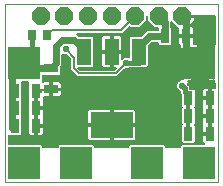
<source format=gbl>
G75*
%MOIN*%
%OFA0B0*%
%FSLAX25Y25*%
%IPPOS*%
%LPD*%
%AMOC8*
5,1,8,0,0,1.08239X$1,22.5*
%
%ADD10C,0.00000*%
%ADD11R,0.10630X0.10630*%
%ADD12R,0.03150X0.04724*%
%ADD13R,0.04724X0.03150*%
%ADD14OC8,0.05906*%
%ADD15R,0.02756X0.03543*%
%ADD16R,0.04800X0.08800*%
%ADD17R,0.14173X0.08661*%
%ADD18C,0.00600*%
%ADD19R,0.02205X0.02205*%
%ADD20C,0.01000*%
%ADD21C,0.02362*%
%ADD22OC8,0.02205*%
%ADD23C,0.01600*%
%ADD24C,0.01200*%
D10*
X0002452Y0002452D02*
X0002452Y0061507D01*
X0073318Y0061507D01*
X0073318Y0002452D01*
X0002452Y0002452D01*
X0004459Y0005050D02*
X0004461Y0005098D01*
X0004467Y0005146D01*
X0004477Y0005193D01*
X0004490Y0005239D01*
X0004508Y0005284D01*
X0004528Y0005328D01*
X0004553Y0005370D01*
X0004581Y0005409D01*
X0004611Y0005446D01*
X0004645Y0005480D01*
X0004682Y0005512D01*
X0004720Y0005541D01*
X0004761Y0005566D01*
X0004804Y0005588D01*
X0004849Y0005606D01*
X0004895Y0005620D01*
X0004942Y0005631D01*
X0004990Y0005638D01*
X0005038Y0005641D01*
X0005086Y0005640D01*
X0005134Y0005635D01*
X0005182Y0005626D01*
X0005228Y0005614D01*
X0005273Y0005597D01*
X0005317Y0005577D01*
X0005359Y0005554D01*
X0005399Y0005527D01*
X0005437Y0005497D01*
X0005472Y0005464D01*
X0005504Y0005428D01*
X0005534Y0005390D01*
X0005560Y0005349D01*
X0005582Y0005306D01*
X0005602Y0005262D01*
X0005617Y0005217D01*
X0005629Y0005170D01*
X0005637Y0005122D01*
X0005641Y0005074D01*
X0005641Y0005026D01*
X0005637Y0004978D01*
X0005629Y0004930D01*
X0005617Y0004883D01*
X0005602Y0004838D01*
X0005582Y0004794D01*
X0005560Y0004751D01*
X0005534Y0004710D01*
X0005504Y0004672D01*
X0005472Y0004636D01*
X0005437Y0004603D01*
X0005399Y0004573D01*
X0005359Y0004546D01*
X0005317Y0004523D01*
X0005273Y0004503D01*
X0005228Y0004486D01*
X0005182Y0004474D01*
X0005134Y0004465D01*
X0005086Y0004460D01*
X0005038Y0004459D01*
X0004990Y0004462D01*
X0004942Y0004469D01*
X0004895Y0004480D01*
X0004849Y0004494D01*
X0004804Y0004512D01*
X0004761Y0004534D01*
X0004720Y0004559D01*
X0004682Y0004588D01*
X0004645Y0004620D01*
X0004611Y0004654D01*
X0004581Y0004691D01*
X0004553Y0004730D01*
X0004528Y0004772D01*
X0004508Y0004816D01*
X0004490Y0004861D01*
X0004477Y0004907D01*
X0004467Y0004954D01*
X0004461Y0005002D01*
X0004459Y0005050D01*
X0004459Y0012452D02*
X0004461Y0012500D01*
X0004467Y0012548D01*
X0004477Y0012595D01*
X0004490Y0012641D01*
X0004508Y0012686D01*
X0004528Y0012730D01*
X0004553Y0012772D01*
X0004581Y0012811D01*
X0004611Y0012848D01*
X0004645Y0012882D01*
X0004682Y0012914D01*
X0004720Y0012943D01*
X0004761Y0012968D01*
X0004804Y0012990D01*
X0004849Y0013008D01*
X0004895Y0013022D01*
X0004942Y0013033D01*
X0004990Y0013040D01*
X0005038Y0013043D01*
X0005086Y0013042D01*
X0005134Y0013037D01*
X0005182Y0013028D01*
X0005228Y0013016D01*
X0005273Y0012999D01*
X0005317Y0012979D01*
X0005359Y0012956D01*
X0005399Y0012929D01*
X0005437Y0012899D01*
X0005472Y0012866D01*
X0005504Y0012830D01*
X0005534Y0012792D01*
X0005560Y0012751D01*
X0005582Y0012708D01*
X0005602Y0012664D01*
X0005617Y0012619D01*
X0005629Y0012572D01*
X0005637Y0012524D01*
X0005641Y0012476D01*
X0005641Y0012428D01*
X0005637Y0012380D01*
X0005629Y0012332D01*
X0005617Y0012285D01*
X0005602Y0012240D01*
X0005582Y0012196D01*
X0005560Y0012153D01*
X0005534Y0012112D01*
X0005504Y0012074D01*
X0005472Y0012038D01*
X0005437Y0012005D01*
X0005399Y0011975D01*
X0005359Y0011948D01*
X0005317Y0011925D01*
X0005273Y0011905D01*
X0005228Y0011888D01*
X0005182Y0011876D01*
X0005134Y0011867D01*
X0005086Y0011862D01*
X0005038Y0011861D01*
X0004990Y0011864D01*
X0004942Y0011871D01*
X0004895Y0011882D01*
X0004849Y0011896D01*
X0004804Y0011914D01*
X0004761Y0011936D01*
X0004720Y0011961D01*
X0004682Y0011990D01*
X0004645Y0012022D01*
X0004611Y0012056D01*
X0004581Y0012093D01*
X0004553Y0012132D01*
X0004528Y0012174D01*
X0004508Y0012218D01*
X0004490Y0012263D01*
X0004477Y0012309D01*
X0004467Y0012356D01*
X0004461Y0012404D01*
X0004459Y0012452D01*
X0011861Y0012452D02*
X0011863Y0012500D01*
X0011869Y0012548D01*
X0011879Y0012595D01*
X0011892Y0012641D01*
X0011910Y0012686D01*
X0011930Y0012730D01*
X0011955Y0012772D01*
X0011983Y0012811D01*
X0012013Y0012848D01*
X0012047Y0012882D01*
X0012084Y0012914D01*
X0012122Y0012943D01*
X0012163Y0012968D01*
X0012206Y0012990D01*
X0012251Y0013008D01*
X0012297Y0013022D01*
X0012344Y0013033D01*
X0012392Y0013040D01*
X0012440Y0013043D01*
X0012488Y0013042D01*
X0012536Y0013037D01*
X0012584Y0013028D01*
X0012630Y0013016D01*
X0012675Y0012999D01*
X0012719Y0012979D01*
X0012761Y0012956D01*
X0012801Y0012929D01*
X0012839Y0012899D01*
X0012874Y0012866D01*
X0012906Y0012830D01*
X0012936Y0012792D01*
X0012962Y0012751D01*
X0012984Y0012708D01*
X0013004Y0012664D01*
X0013019Y0012619D01*
X0013031Y0012572D01*
X0013039Y0012524D01*
X0013043Y0012476D01*
X0013043Y0012428D01*
X0013039Y0012380D01*
X0013031Y0012332D01*
X0013019Y0012285D01*
X0013004Y0012240D01*
X0012984Y0012196D01*
X0012962Y0012153D01*
X0012936Y0012112D01*
X0012906Y0012074D01*
X0012874Y0012038D01*
X0012839Y0012005D01*
X0012801Y0011975D01*
X0012761Y0011948D01*
X0012719Y0011925D01*
X0012675Y0011905D01*
X0012630Y0011888D01*
X0012584Y0011876D01*
X0012536Y0011867D01*
X0012488Y0011862D01*
X0012440Y0011861D01*
X0012392Y0011864D01*
X0012344Y0011871D01*
X0012297Y0011882D01*
X0012251Y0011896D01*
X0012206Y0011914D01*
X0012163Y0011936D01*
X0012122Y0011961D01*
X0012084Y0011990D01*
X0012047Y0012022D01*
X0012013Y0012056D01*
X0011983Y0012093D01*
X0011955Y0012132D01*
X0011930Y0012174D01*
X0011910Y0012218D01*
X0011892Y0012263D01*
X0011879Y0012309D01*
X0011869Y0012356D01*
X0011863Y0012404D01*
X0011861Y0012452D01*
X0011861Y0005050D02*
X0011863Y0005098D01*
X0011869Y0005146D01*
X0011879Y0005193D01*
X0011892Y0005239D01*
X0011910Y0005284D01*
X0011930Y0005328D01*
X0011955Y0005370D01*
X0011983Y0005409D01*
X0012013Y0005446D01*
X0012047Y0005480D01*
X0012084Y0005512D01*
X0012122Y0005541D01*
X0012163Y0005566D01*
X0012206Y0005588D01*
X0012251Y0005606D01*
X0012297Y0005620D01*
X0012344Y0005631D01*
X0012392Y0005638D01*
X0012440Y0005641D01*
X0012488Y0005640D01*
X0012536Y0005635D01*
X0012584Y0005626D01*
X0012630Y0005614D01*
X0012675Y0005597D01*
X0012719Y0005577D01*
X0012761Y0005554D01*
X0012801Y0005527D01*
X0012839Y0005497D01*
X0012874Y0005464D01*
X0012906Y0005428D01*
X0012936Y0005390D01*
X0012962Y0005349D01*
X0012984Y0005306D01*
X0013004Y0005262D01*
X0013019Y0005217D01*
X0013031Y0005170D01*
X0013039Y0005122D01*
X0013043Y0005074D01*
X0013043Y0005026D01*
X0013039Y0004978D01*
X0013031Y0004930D01*
X0013019Y0004883D01*
X0013004Y0004838D01*
X0012984Y0004794D01*
X0012962Y0004751D01*
X0012936Y0004710D01*
X0012906Y0004672D01*
X0012874Y0004636D01*
X0012839Y0004603D01*
X0012801Y0004573D01*
X0012761Y0004546D01*
X0012719Y0004523D01*
X0012675Y0004503D01*
X0012630Y0004486D01*
X0012584Y0004474D01*
X0012536Y0004465D01*
X0012488Y0004460D01*
X0012440Y0004459D01*
X0012392Y0004462D01*
X0012344Y0004469D01*
X0012297Y0004480D01*
X0012251Y0004494D01*
X0012206Y0004512D01*
X0012163Y0004534D01*
X0012122Y0004559D01*
X0012084Y0004588D01*
X0012047Y0004620D01*
X0012013Y0004654D01*
X0011983Y0004691D01*
X0011955Y0004730D01*
X0011930Y0004772D01*
X0011910Y0004816D01*
X0011892Y0004861D01*
X0011879Y0004907D01*
X0011869Y0004954D01*
X0011863Y0005002D01*
X0011861Y0005050D01*
X0021782Y0005050D02*
X0021784Y0005098D01*
X0021790Y0005146D01*
X0021800Y0005193D01*
X0021813Y0005239D01*
X0021831Y0005284D01*
X0021851Y0005328D01*
X0021876Y0005370D01*
X0021904Y0005409D01*
X0021934Y0005446D01*
X0021968Y0005480D01*
X0022005Y0005512D01*
X0022043Y0005541D01*
X0022084Y0005566D01*
X0022127Y0005588D01*
X0022172Y0005606D01*
X0022218Y0005620D01*
X0022265Y0005631D01*
X0022313Y0005638D01*
X0022361Y0005641D01*
X0022409Y0005640D01*
X0022457Y0005635D01*
X0022505Y0005626D01*
X0022551Y0005614D01*
X0022596Y0005597D01*
X0022640Y0005577D01*
X0022682Y0005554D01*
X0022722Y0005527D01*
X0022760Y0005497D01*
X0022795Y0005464D01*
X0022827Y0005428D01*
X0022857Y0005390D01*
X0022883Y0005349D01*
X0022905Y0005306D01*
X0022925Y0005262D01*
X0022940Y0005217D01*
X0022952Y0005170D01*
X0022960Y0005122D01*
X0022964Y0005074D01*
X0022964Y0005026D01*
X0022960Y0004978D01*
X0022952Y0004930D01*
X0022940Y0004883D01*
X0022925Y0004838D01*
X0022905Y0004794D01*
X0022883Y0004751D01*
X0022857Y0004710D01*
X0022827Y0004672D01*
X0022795Y0004636D01*
X0022760Y0004603D01*
X0022722Y0004573D01*
X0022682Y0004546D01*
X0022640Y0004523D01*
X0022596Y0004503D01*
X0022551Y0004486D01*
X0022505Y0004474D01*
X0022457Y0004465D01*
X0022409Y0004460D01*
X0022361Y0004459D01*
X0022313Y0004462D01*
X0022265Y0004469D01*
X0022218Y0004480D01*
X0022172Y0004494D01*
X0022127Y0004512D01*
X0022084Y0004534D01*
X0022043Y0004559D01*
X0022005Y0004588D01*
X0021968Y0004620D01*
X0021934Y0004654D01*
X0021904Y0004691D01*
X0021876Y0004730D01*
X0021851Y0004772D01*
X0021831Y0004816D01*
X0021813Y0004861D01*
X0021800Y0004907D01*
X0021790Y0004954D01*
X0021784Y0005002D01*
X0021782Y0005050D01*
X0029183Y0005050D02*
X0029185Y0005098D01*
X0029191Y0005146D01*
X0029201Y0005193D01*
X0029214Y0005239D01*
X0029232Y0005284D01*
X0029252Y0005328D01*
X0029277Y0005370D01*
X0029305Y0005409D01*
X0029335Y0005446D01*
X0029369Y0005480D01*
X0029406Y0005512D01*
X0029444Y0005541D01*
X0029485Y0005566D01*
X0029528Y0005588D01*
X0029573Y0005606D01*
X0029619Y0005620D01*
X0029666Y0005631D01*
X0029714Y0005638D01*
X0029762Y0005641D01*
X0029810Y0005640D01*
X0029858Y0005635D01*
X0029906Y0005626D01*
X0029952Y0005614D01*
X0029997Y0005597D01*
X0030041Y0005577D01*
X0030083Y0005554D01*
X0030123Y0005527D01*
X0030161Y0005497D01*
X0030196Y0005464D01*
X0030228Y0005428D01*
X0030258Y0005390D01*
X0030284Y0005349D01*
X0030306Y0005306D01*
X0030326Y0005262D01*
X0030341Y0005217D01*
X0030353Y0005170D01*
X0030361Y0005122D01*
X0030365Y0005074D01*
X0030365Y0005026D01*
X0030361Y0004978D01*
X0030353Y0004930D01*
X0030341Y0004883D01*
X0030326Y0004838D01*
X0030306Y0004794D01*
X0030284Y0004751D01*
X0030258Y0004710D01*
X0030228Y0004672D01*
X0030196Y0004636D01*
X0030161Y0004603D01*
X0030123Y0004573D01*
X0030083Y0004546D01*
X0030041Y0004523D01*
X0029997Y0004503D01*
X0029952Y0004486D01*
X0029906Y0004474D01*
X0029858Y0004465D01*
X0029810Y0004460D01*
X0029762Y0004459D01*
X0029714Y0004462D01*
X0029666Y0004469D01*
X0029619Y0004480D01*
X0029573Y0004494D01*
X0029528Y0004512D01*
X0029485Y0004534D01*
X0029444Y0004559D01*
X0029406Y0004588D01*
X0029369Y0004620D01*
X0029335Y0004654D01*
X0029305Y0004691D01*
X0029277Y0004730D01*
X0029252Y0004772D01*
X0029232Y0004816D01*
X0029214Y0004861D01*
X0029201Y0004907D01*
X0029191Y0004954D01*
X0029185Y0005002D01*
X0029183Y0005050D01*
X0029183Y0012452D02*
X0029185Y0012500D01*
X0029191Y0012548D01*
X0029201Y0012595D01*
X0029214Y0012641D01*
X0029232Y0012686D01*
X0029252Y0012730D01*
X0029277Y0012772D01*
X0029305Y0012811D01*
X0029335Y0012848D01*
X0029369Y0012882D01*
X0029406Y0012914D01*
X0029444Y0012943D01*
X0029485Y0012968D01*
X0029528Y0012990D01*
X0029573Y0013008D01*
X0029619Y0013022D01*
X0029666Y0013033D01*
X0029714Y0013040D01*
X0029762Y0013043D01*
X0029810Y0013042D01*
X0029858Y0013037D01*
X0029906Y0013028D01*
X0029952Y0013016D01*
X0029997Y0012999D01*
X0030041Y0012979D01*
X0030083Y0012956D01*
X0030123Y0012929D01*
X0030161Y0012899D01*
X0030196Y0012866D01*
X0030228Y0012830D01*
X0030258Y0012792D01*
X0030284Y0012751D01*
X0030306Y0012708D01*
X0030326Y0012664D01*
X0030341Y0012619D01*
X0030353Y0012572D01*
X0030361Y0012524D01*
X0030365Y0012476D01*
X0030365Y0012428D01*
X0030361Y0012380D01*
X0030353Y0012332D01*
X0030341Y0012285D01*
X0030326Y0012240D01*
X0030306Y0012196D01*
X0030284Y0012153D01*
X0030258Y0012112D01*
X0030228Y0012074D01*
X0030196Y0012038D01*
X0030161Y0012005D01*
X0030123Y0011975D01*
X0030083Y0011948D01*
X0030041Y0011925D01*
X0029997Y0011905D01*
X0029952Y0011888D01*
X0029906Y0011876D01*
X0029858Y0011867D01*
X0029810Y0011862D01*
X0029762Y0011861D01*
X0029714Y0011864D01*
X0029666Y0011871D01*
X0029619Y0011882D01*
X0029573Y0011896D01*
X0029528Y0011914D01*
X0029485Y0011936D01*
X0029444Y0011961D01*
X0029406Y0011990D01*
X0029369Y0012022D01*
X0029335Y0012056D01*
X0029305Y0012093D01*
X0029277Y0012132D01*
X0029252Y0012174D01*
X0029232Y0012218D01*
X0029214Y0012263D01*
X0029201Y0012309D01*
X0029191Y0012356D01*
X0029185Y0012404D01*
X0029183Y0012452D01*
X0021782Y0012452D02*
X0021784Y0012500D01*
X0021790Y0012548D01*
X0021800Y0012595D01*
X0021813Y0012641D01*
X0021831Y0012686D01*
X0021851Y0012730D01*
X0021876Y0012772D01*
X0021904Y0012811D01*
X0021934Y0012848D01*
X0021968Y0012882D01*
X0022005Y0012914D01*
X0022043Y0012943D01*
X0022084Y0012968D01*
X0022127Y0012990D01*
X0022172Y0013008D01*
X0022218Y0013022D01*
X0022265Y0013033D01*
X0022313Y0013040D01*
X0022361Y0013043D01*
X0022409Y0013042D01*
X0022457Y0013037D01*
X0022505Y0013028D01*
X0022551Y0013016D01*
X0022596Y0012999D01*
X0022640Y0012979D01*
X0022682Y0012956D01*
X0022722Y0012929D01*
X0022760Y0012899D01*
X0022795Y0012866D01*
X0022827Y0012830D01*
X0022857Y0012792D01*
X0022883Y0012751D01*
X0022905Y0012708D01*
X0022925Y0012664D01*
X0022940Y0012619D01*
X0022952Y0012572D01*
X0022960Y0012524D01*
X0022964Y0012476D01*
X0022964Y0012428D01*
X0022960Y0012380D01*
X0022952Y0012332D01*
X0022940Y0012285D01*
X0022925Y0012240D01*
X0022905Y0012196D01*
X0022883Y0012153D01*
X0022857Y0012112D01*
X0022827Y0012074D01*
X0022795Y0012038D01*
X0022760Y0012005D01*
X0022722Y0011975D01*
X0022682Y0011948D01*
X0022640Y0011925D01*
X0022596Y0011905D01*
X0022551Y0011888D01*
X0022505Y0011876D01*
X0022457Y0011867D01*
X0022409Y0011862D01*
X0022361Y0011861D01*
X0022313Y0011864D01*
X0022265Y0011871D01*
X0022218Y0011882D01*
X0022172Y0011896D01*
X0022127Y0011914D01*
X0022084Y0011936D01*
X0022043Y0011961D01*
X0022005Y0011990D01*
X0021968Y0012022D01*
X0021934Y0012056D01*
X0021904Y0012093D01*
X0021876Y0012132D01*
X0021851Y0012174D01*
X0021831Y0012218D01*
X0021813Y0012263D01*
X0021800Y0012309D01*
X0021790Y0012356D01*
X0021784Y0012404D01*
X0021782Y0012452D01*
X0045404Y0012452D02*
X0045406Y0012500D01*
X0045412Y0012548D01*
X0045422Y0012595D01*
X0045435Y0012641D01*
X0045453Y0012686D01*
X0045473Y0012730D01*
X0045498Y0012772D01*
X0045526Y0012811D01*
X0045556Y0012848D01*
X0045590Y0012882D01*
X0045627Y0012914D01*
X0045665Y0012943D01*
X0045706Y0012968D01*
X0045749Y0012990D01*
X0045794Y0013008D01*
X0045840Y0013022D01*
X0045887Y0013033D01*
X0045935Y0013040D01*
X0045983Y0013043D01*
X0046031Y0013042D01*
X0046079Y0013037D01*
X0046127Y0013028D01*
X0046173Y0013016D01*
X0046218Y0012999D01*
X0046262Y0012979D01*
X0046304Y0012956D01*
X0046344Y0012929D01*
X0046382Y0012899D01*
X0046417Y0012866D01*
X0046449Y0012830D01*
X0046479Y0012792D01*
X0046505Y0012751D01*
X0046527Y0012708D01*
X0046547Y0012664D01*
X0046562Y0012619D01*
X0046574Y0012572D01*
X0046582Y0012524D01*
X0046586Y0012476D01*
X0046586Y0012428D01*
X0046582Y0012380D01*
X0046574Y0012332D01*
X0046562Y0012285D01*
X0046547Y0012240D01*
X0046527Y0012196D01*
X0046505Y0012153D01*
X0046479Y0012112D01*
X0046449Y0012074D01*
X0046417Y0012038D01*
X0046382Y0012005D01*
X0046344Y0011975D01*
X0046304Y0011948D01*
X0046262Y0011925D01*
X0046218Y0011905D01*
X0046173Y0011888D01*
X0046127Y0011876D01*
X0046079Y0011867D01*
X0046031Y0011862D01*
X0045983Y0011861D01*
X0045935Y0011864D01*
X0045887Y0011871D01*
X0045840Y0011882D01*
X0045794Y0011896D01*
X0045749Y0011914D01*
X0045706Y0011936D01*
X0045665Y0011961D01*
X0045627Y0011990D01*
X0045590Y0012022D01*
X0045556Y0012056D01*
X0045526Y0012093D01*
X0045498Y0012132D01*
X0045473Y0012174D01*
X0045453Y0012218D01*
X0045435Y0012263D01*
X0045422Y0012309D01*
X0045412Y0012356D01*
X0045406Y0012404D01*
X0045404Y0012452D01*
X0052805Y0012452D02*
X0052807Y0012500D01*
X0052813Y0012548D01*
X0052823Y0012595D01*
X0052836Y0012641D01*
X0052854Y0012686D01*
X0052874Y0012730D01*
X0052899Y0012772D01*
X0052927Y0012811D01*
X0052957Y0012848D01*
X0052991Y0012882D01*
X0053028Y0012914D01*
X0053066Y0012943D01*
X0053107Y0012968D01*
X0053150Y0012990D01*
X0053195Y0013008D01*
X0053241Y0013022D01*
X0053288Y0013033D01*
X0053336Y0013040D01*
X0053384Y0013043D01*
X0053432Y0013042D01*
X0053480Y0013037D01*
X0053528Y0013028D01*
X0053574Y0013016D01*
X0053619Y0012999D01*
X0053663Y0012979D01*
X0053705Y0012956D01*
X0053745Y0012929D01*
X0053783Y0012899D01*
X0053818Y0012866D01*
X0053850Y0012830D01*
X0053880Y0012792D01*
X0053906Y0012751D01*
X0053928Y0012708D01*
X0053948Y0012664D01*
X0053963Y0012619D01*
X0053975Y0012572D01*
X0053983Y0012524D01*
X0053987Y0012476D01*
X0053987Y0012428D01*
X0053983Y0012380D01*
X0053975Y0012332D01*
X0053963Y0012285D01*
X0053948Y0012240D01*
X0053928Y0012196D01*
X0053906Y0012153D01*
X0053880Y0012112D01*
X0053850Y0012074D01*
X0053818Y0012038D01*
X0053783Y0012005D01*
X0053745Y0011975D01*
X0053705Y0011948D01*
X0053663Y0011925D01*
X0053619Y0011905D01*
X0053574Y0011888D01*
X0053528Y0011876D01*
X0053480Y0011867D01*
X0053432Y0011862D01*
X0053384Y0011861D01*
X0053336Y0011864D01*
X0053288Y0011871D01*
X0053241Y0011882D01*
X0053195Y0011896D01*
X0053150Y0011914D01*
X0053107Y0011936D01*
X0053066Y0011961D01*
X0053028Y0011990D01*
X0052991Y0012022D01*
X0052957Y0012056D01*
X0052927Y0012093D01*
X0052899Y0012132D01*
X0052874Y0012174D01*
X0052854Y0012218D01*
X0052836Y0012263D01*
X0052823Y0012309D01*
X0052813Y0012356D01*
X0052807Y0012404D01*
X0052805Y0012452D01*
X0052805Y0005050D02*
X0052807Y0005098D01*
X0052813Y0005146D01*
X0052823Y0005193D01*
X0052836Y0005239D01*
X0052854Y0005284D01*
X0052874Y0005328D01*
X0052899Y0005370D01*
X0052927Y0005409D01*
X0052957Y0005446D01*
X0052991Y0005480D01*
X0053028Y0005512D01*
X0053066Y0005541D01*
X0053107Y0005566D01*
X0053150Y0005588D01*
X0053195Y0005606D01*
X0053241Y0005620D01*
X0053288Y0005631D01*
X0053336Y0005638D01*
X0053384Y0005641D01*
X0053432Y0005640D01*
X0053480Y0005635D01*
X0053528Y0005626D01*
X0053574Y0005614D01*
X0053619Y0005597D01*
X0053663Y0005577D01*
X0053705Y0005554D01*
X0053745Y0005527D01*
X0053783Y0005497D01*
X0053818Y0005464D01*
X0053850Y0005428D01*
X0053880Y0005390D01*
X0053906Y0005349D01*
X0053928Y0005306D01*
X0053948Y0005262D01*
X0053963Y0005217D01*
X0053975Y0005170D01*
X0053983Y0005122D01*
X0053987Y0005074D01*
X0053987Y0005026D01*
X0053983Y0004978D01*
X0053975Y0004930D01*
X0053963Y0004883D01*
X0053948Y0004838D01*
X0053928Y0004794D01*
X0053906Y0004751D01*
X0053880Y0004710D01*
X0053850Y0004672D01*
X0053818Y0004636D01*
X0053783Y0004603D01*
X0053745Y0004573D01*
X0053705Y0004546D01*
X0053663Y0004523D01*
X0053619Y0004503D01*
X0053574Y0004486D01*
X0053528Y0004474D01*
X0053480Y0004465D01*
X0053432Y0004460D01*
X0053384Y0004459D01*
X0053336Y0004462D01*
X0053288Y0004469D01*
X0053241Y0004480D01*
X0053195Y0004494D01*
X0053150Y0004512D01*
X0053107Y0004534D01*
X0053066Y0004559D01*
X0053028Y0004588D01*
X0052991Y0004620D01*
X0052957Y0004654D01*
X0052927Y0004691D01*
X0052899Y0004730D01*
X0052874Y0004772D01*
X0052854Y0004816D01*
X0052836Y0004861D01*
X0052823Y0004907D01*
X0052813Y0004954D01*
X0052807Y0005002D01*
X0052805Y0005050D01*
X0045404Y0005050D02*
X0045406Y0005098D01*
X0045412Y0005146D01*
X0045422Y0005193D01*
X0045435Y0005239D01*
X0045453Y0005284D01*
X0045473Y0005328D01*
X0045498Y0005370D01*
X0045526Y0005409D01*
X0045556Y0005446D01*
X0045590Y0005480D01*
X0045627Y0005512D01*
X0045665Y0005541D01*
X0045706Y0005566D01*
X0045749Y0005588D01*
X0045794Y0005606D01*
X0045840Y0005620D01*
X0045887Y0005631D01*
X0045935Y0005638D01*
X0045983Y0005641D01*
X0046031Y0005640D01*
X0046079Y0005635D01*
X0046127Y0005626D01*
X0046173Y0005614D01*
X0046218Y0005597D01*
X0046262Y0005577D01*
X0046304Y0005554D01*
X0046344Y0005527D01*
X0046382Y0005497D01*
X0046417Y0005464D01*
X0046449Y0005428D01*
X0046479Y0005390D01*
X0046505Y0005349D01*
X0046527Y0005306D01*
X0046547Y0005262D01*
X0046562Y0005217D01*
X0046574Y0005170D01*
X0046582Y0005122D01*
X0046586Y0005074D01*
X0046586Y0005026D01*
X0046582Y0004978D01*
X0046574Y0004930D01*
X0046562Y0004883D01*
X0046547Y0004838D01*
X0046527Y0004794D01*
X0046505Y0004751D01*
X0046479Y0004710D01*
X0046449Y0004672D01*
X0046417Y0004636D01*
X0046382Y0004603D01*
X0046344Y0004573D01*
X0046304Y0004546D01*
X0046262Y0004523D01*
X0046218Y0004503D01*
X0046173Y0004486D01*
X0046127Y0004474D01*
X0046079Y0004465D01*
X0046031Y0004460D01*
X0045983Y0004459D01*
X0045935Y0004462D01*
X0045887Y0004469D01*
X0045840Y0004480D01*
X0045794Y0004494D01*
X0045749Y0004512D01*
X0045706Y0004534D01*
X0045665Y0004559D01*
X0045627Y0004588D01*
X0045590Y0004620D01*
X0045556Y0004654D01*
X0045526Y0004691D01*
X0045498Y0004730D01*
X0045473Y0004772D01*
X0045453Y0004816D01*
X0045435Y0004861D01*
X0045422Y0004907D01*
X0045412Y0004954D01*
X0045406Y0005002D01*
X0045404Y0005050D01*
X0062727Y0005050D02*
X0062729Y0005098D01*
X0062735Y0005146D01*
X0062745Y0005193D01*
X0062758Y0005239D01*
X0062776Y0005284D01*
X0062796Y0005328D01*
X0062821Y0005370D01*
X0062849Y0005409D01*
X0062879Y0005446D01*
X0062913Y0005480D01*
X0062950Y0005512D01*
X0062988Y0005541D01*
X0063029Y0005566D01*
X0063072Y0005588D01*
X0063117Y0005606D01*
X0063163Y0005620D01*
X0063210Y0005631D01*
X0063258Y0005638D01*
X0063306Y0005641D01*
X0063354Y0005640D01*
X0063402Y0005635D01*
X0063450Y0005626D01*
X0063496Y0005614D01*
X0063541Y0005597D01*
X0063585Y0005577D01*
X0063627Y0005554D01*
X0063667Y0005527D01*
X0063705Y0005497D01*
X0063740Y0005464D01*
X0063772Y0005428D01*
X0063802Y0005390D01*
X0063828Y0005349D01*
X0063850Y0005306D01*
X0063870Y0005262D01*
X0063885Y0005217D01*
X0063897Y0005170D01*
X0063905Y0005122D01*
X0063909Y0005074D01*
X0063909Y0005026D01*
X0063905Y0004978D01*
X0063897Y0004930D01*
X0063885Y0004883D01*
X0063870Y0004838D01*
X0063850Y0004794D01*
X0063828Y0004751D01*
X0063802Y0004710D01*
X0063772Y0004672D01*
X0063740Y0004636D01*
X0063705Y0004603D01*
X0063667Y0004573D01*
X0063627Y0004546D01*
X0063585Y0004523D01*
X0063541Y0004503D01*
X0063496Y0004486D01*
X0063450Y0004474D01*
X0063402Y0004465D01*
X0063354Y0004460D01*
X0063306Y0004459D01*
X0063258Y0004462D01*
X0063210Y0004469D01*
X0063163Y0004480D01*
X0063117Y0004494D01*
X0063072Y0004512D01*
X0063029Y0004534D01*
X0062988Y0004559D01*
X0062950Y0004588D01*
X0062913Y0004620D01*
X0062879Y0004654D01*
X0062849Y0004691D01*
X0062821Y0004730D01*
X0062796Y0004772D01*
X0062776Y0004816D01*
X0062758Y0004861D01*
X0062745Y0004907D01*
X0062735Y0004954D01*
X0062729Y0005002D01*
X0062727Y0005050D01*
X0062727Y0012452D02*
X0062729Y0012500D01*
X0062735Y0012548D01*
X0062745Y0012595D01*
X0062758Y0012641D01*
X0062776Y0012686D01*
X0062796Y0012730D01*
X0062821Y0012772D01*
X0062849Y0012811D01*
X0062879Y0012848D01*
X0062913Y0012882D01*
X0062950Y0012914D01*
X0062988Y0012943D01*
X0063029Y0012968D01*
X0063072Y0012990D01*
X0063117Y0013008D01*
X0063163Y0013022D01*
X0063210Y0013033D01*
X0063258Y0013040D01*
X0063306Y0013043D01*
X0063354Y0013042D01*
X0063402Y0013037D01*
X0063450Y0013028D01*
X0063496Y0013016D01*
X0063541Y0012999D01*
X0063585Y0012979D01*
X0063627Y0012956D01*
X0063667Y0012929D01*
X0063705Y0012899D01*
X0063740Y0012866D01*
X0063772Y0012830D01*
X0063802Y0012792D01*
X0063828Y0012751D01*
X0063850Y0012708D01*
X0063870Y0012664D01*
X0063885Y0012619D01*
X0063897Y0012572D01*
X0063905Y0012524D01*
X0063909Y0012476D01*
X0063909Y0012428D01*
X0063905Y0012380D01*
X0063897Y0012332D01*
X0063885Y0012285D01*
X0063870Y0012240D01*
X0063850Y0012196D01*
X0063828Y0012153D01*
X0063802Y0012112D01*
X0063772Y0012074D01*
X0063740Y0012038D01*
X0063705Y0012005D01*
X0063667Y0011975D01*
X0063627Y0011948D01*
X0063585Y0011925D01*
X0063541Y0011905D01*
X0063496Y0011888D01*
X0063450Y0011876D01*
X0063402Y0011867D01*
X0063354Y0011862D01*
X0063306Y0011861D01*
X0063258Y0011864D01*
X0063210Y0011871D01*
X0063163Y0011882D01*
X0063117Y0011896D01*
X0063072Y0011914D01*
X0063029Y0011936D01*
X0062988Y0011961D01*
X0062950Y0011990D01*
X0062913Y0012022D01*
X0062879Y0012056D01*
X0062849Y0012093D01*
X0062821Y0012132D01*
X0062796Y0012174D01*
X0062776Y0012218D01*
X0062758Y0012263D01*
X0062745Y0012309D01*
X0062735Y0012356D01*
X0062729Y0012404D01*
X0062727Y0012452D01*
X0070128Y0012452D02*
X0070130Y0012500D01*
X0070136Y0012548D01*
X0070146Y0012595D01*
X0070159Y0012641D01*
X0070177Y0012686D01*
X0070197Y0012730D01*
X0070222Y0012772D01*
X0070250Y0012811D01*
X0070280Y0012848D01*
X0070314Y0012882D01*
X0070351Y0012914D01*
X0070389Y0012943D01*
X0070430Y0012968D01*
X0070473Y0012990D01*
X0070518Y0013008D01*
X0070564Y0013022D01*
X0070611Y0013033D01*
X0070659Y0013040D01*
X0070707Y0013043D01*
X0070755Y0013042D01*
X0070803Y0013037D01*
X0070851Y0013028D01*
X0070897Y0013016D01*
X0070942Y0012999D01*
X0070986Y0012979D01*
X0071028Y0012956D01*
X0071068Y0012929D01*
X0071106Y0012899D01*
X0071141Y0012866D01*
X0071173Y0012830D01*
X0071203Y0012792D01*
X0071229Y0012751D01*
X0071251Y0012708D01*
X0071271Y0012664D01*
X0071286Y0012619D01*
X0071298Y0012572D01*
X0071306Y0012524D01*
X0071310Y0012476D01*
X0071310Y0012428D01*
X0071306Y0012380D01*
X0071298Y0012332D01*
X0071286Y0012285D01*
X0071271Y0012240D01*
X0071251Y0012196D01*
X0071229Y0012153D01*
X0071203Y0012112D01*
X0071173Y0012074D01*
X0071141Y0012038D01*
X0071106Y0012005D01*
X0071068Y0011975D01*
X0071028Y0011948D01*
X0070986Y0011925D01*
X0070942Y0011905D01*
X0070897Y0011888D01*
X0070851Y0011876D01*
X0070803Y0011867D01*
X0070755Y0011862D01*
X0070707Y0011861D01*
X0070659Y0011864D01*
X0070611Y0011871D01*
X0070564Y0011882D01*
X0070518Y0011896D01*
X0070473Y0011914D01*
X0070430Y0011936D01*
X0070389Y0011961D01*
X0070351Y0011990D01*
X0070314Y0012022D01*
X0070280Y0012056D01*
X0070250Y0012093D01*
X0070222Y0012132D01*
X0070197Y0012174D01*
X0070177Y0012218D01*
X0070159Y0012263D01*
X0070146Y0012309D01*
X0070136Y0012356D01*
X0070130Y0012404D01*
X0070128Y0012452D01*
X0070128Y0005050D02*
X0070130Y0005098D01*
X0070136Y0005146D01*
X0070146Y0005193D01*
X0070159Y0005239D01*
X0070177Y0005284D01*
X0070197Y0005328D01*
X0070222Y0005370D01*
X0070250Y0005409D01*
X0070280Y0005446D01*
X0070314Y0005480D01*
X0070351Y0005512D01*
X0070389Y0005541D01*
X0070430Y0005566D01*
X0070473Y0005588D01*
X0070518Y0005606D01*
X0070564Y0005620D01*
X0070611Y0005631D01*
X0070659Y0005638D01*
X0070707Y0005641D01*
X0070755Y0005640D01*
X0070803Y0005635D01*
X0070851Y0005626D01*
X0070897Y0005614D01*
X0070942Y0005597D01*
X0070986Y0005577D01*
X0071028Y0005554D01*
X0071068Y0005527D01*
X0071106Y0005497D01*
X0071141Y0005464D01*
X0071173Y0005428D01*
X0071203Y0005390D01*
X0071229Y0005349D01*
X0071251Y0005306D01*
X0071271Y0005262D01*
X0071286Y0005217D01*
X0071298Y0005170D01*
X0071306Y0005122D01*
X0071310Y0005074D01*
X0071310Y0005026D01*
X0071306Y0004978D01*
X0071298Y0004930D01*
X0071286Y0004883D01*
X0071271Y0004838D01*
X0071251Y0004794D01*
X0071229Y0004751D01*
X0071203Y0004710D01*
X0071173Y0004672D01*
X0071141Y0004636D01*
X0071106Y0004603D01*
X0071068Y0004573D01*
X0071028Y0004546D01*
X0070986Y0004523D01*
X0070942Y0004503D01*
X0070897Y0004486D01*
X0070851Y0004474D01*
X0070803Y0004465D01*
X0070755Y0004460D01*
X0070707Y0004459D01*
X0070659Y0004462D01*
X0070611Y0004469D01*
X0070564Y0004480D01*
X0070518Y0004494D01*
X0070473Y0004512D01*
X0070430Y0004534D01*
X0070389Y0004559D01*
X0070351Y0004588D01*
X0070314Y0004620D01*
X0070280Y0004654D01*
X0070250Y0004691D01*
X0070222Y0004730D01*
X0070197Y0004772D01*
X0070177Y0004816D01*
X0070159Y0004861D01*
X0070146Y0004907D01*
X0070136Y0004954D01*
X0070130Y0005002D01*
X0070128Y0005050D01*
X0070128Y0038121D02*
X0070130Y0038169D01*
X0070136Y0038217D01*
X0070146Y0038264D01*
X0070159Y0038310D01*
X0070177Y0038355D01*
X0070197Y0038399D01*
X0070222Y0038441D01*
X0070250Y0038480D01*
X0070280Y0038517D01*
X0070314Y0038551D01*
X0070351Y0038583D01*
X0070389Y0038612D01*
X0070430Y0038637D01*
X0070473Y0038659D01*
X0070518Y0038677D01*
X0070564Y0038691D01*
X0070611Y0038702D01*
X0070659Y0038709D01*
X0070707Y0038712D01*
X0070755Y0038711D01*
X0070803Y0038706D01*
X0070851Y0038697D01*
X0070897Y0038685D01*
X0070942Y0038668D01*
X0070986Y0038648D01*
X0071028Y0038625D01*
X0071068Y0038598D01*
X0071106Y0038568D01*
X0071141Y0038535D01*
X0071173Y0038499D01*
X0071203Y0038461D01*
X0071229Y0038420D01*
X0071251Y0038377D01*
X0071271Y0038333D01*
X0071286Y0038288D01*
X0071298Y0038241D01*
X0071306Y0038193D01*
X0071310Y0038145D01*
X0071310Y0038097D01*
X0071306Y0038049D01*
X0071298Y0038001D01*
X0071286Y0037954D01*
X0071271Y0037909D01*
X0071251Y0037865D01*
X0071229Y0037822D01*
X0071203Y0037781D01*
X0071173Y0037743D01*
X0071141Y0037707D01*
X0071106Y0037674D01*
X0071068Y0037644D01*
X0071028Y0037617D01*
X0070986Y0037594D01*
X0070942Y0037574D01*
X0070897Y0037557D01*
X0070851Y0037545D01*
X0070803Y0037536D01*
X0070755Y0037531D01*
X0070707Y0037530D01*
X0070659Y0037533D01*
X0070611Y0037540D01*
X0070564Y0037551D01*
X0070518Y0037565D01*
X0070473Y0037583D01*
X0070430Y0037605D01*
X0070389Y0037630D01*
X0070351Y0037659D01*
X0070314Y0037691D01*
X0070280Y0037725D01*
X0070250Y0037762D01*
X0070222Y0037801D01*
X0070197Y0037843D01*
X0070177Y0037887D01*
X0070159Y0037932D01*
X0070146Y0037978D01*
X0070136Y0038025D01*
X0070130Y0038073D01*
X0070128Y0038121D01*
X0062727Y0038121D02*
X0062729Y0038169D01*
X0062735Y0038217D01*
X0062745Y0038264D01*
X0062758Y0038310D01*
X0062776Y0038355D01*
X0062796Y0038399D01*
X0062821Y0038441D01*
X0062849Y0038480D01*
X0062879Y0038517D01*
X0062913Y0038551D01*
X0062950Y0038583D01*
X0062988Y0038612D01*
X0063029Y0038637D01*
X0063072Y0038659D01*
X0063117Y0038677D01*
X0063163Y0038691D01*
X0063210Y0038702D01*
X0063258Y0038709D01*
X0063306Y0038712D01*
X0063354Y0038711D01*
X0063402Y0038706D01*
X0063450Y0038697D01*
X0063496Y0038685D01*
X0063541Y0038668D01*
X0063585Y0038648D01*
X0063627Y0038625D01*
X0063667Y0038598D01*
X0063705Y0038568D01*
X0063740Y0038535D01*
X0063772Y0038499D01*
X0063802Y0038461D01*
X0063828Y0038420D01*
X0063850Y0038377D01*
X0063870Y0038333D01*
X0063885Y0038288D01*
X0063897Y0038241D01*
X0063905Y0038193D01*
X0063909Y0038145D01*
X0063909Y0038097D01*
X0063905Y0038049D01*
X0063897Y0038001D01*
X0063885Y0037954D01*
X0063870Y0037909D01*
X0063850Y0037865D01*
X0063828Y0037822D01*
X0063802Y0037781D01*
X0063772Y0037743D01*
X0063740Y0037707D01*
X0063705Y0037674D01*
X0063667Y0037644D01*
X0063627Y0037617D01*
X0063585Y0037594D01*
X0063541Y0037574D01*
X0063496Y0037557D01*
X0063450Y0037545D01*
X0063402Y0037536D01*
X0063354Y0037531D01*
X0063306Y0037530D01*
X0063258Y0037533D01*
X0063210Y0037540D01*
X0063163Y0037551D01*
X0063117Y0037565D01*
X0063072Y0037583D01*
X0063029Y0037605D01*
X0062988Y0037630D01*
X0062950Y0037659D01*
X0062913Y0037691D01*
X0062879Y0037725D01*
X0062849Y0037762D01*
X0062821Y0037801D01*
X0062796Y0037843D01*
X0062776Y0037887D01*
X0062758Y0037932D01*
X0062745Y0037978D01*
X0062735Y0038025D01*
X0062729Y0038073D01*
X0062727Y0038121D01*
X0062727Y0045522D02*
X0062729Y0045570D01*
X0062735Y0045618D01*
X0062745Y0045665D01*
X0062758Y0045711D01*
X0062776Y0045756D01*
X0062796Y0045800D01*
X0062821Y0045842D01*
X0062849Y0045881D01*
X0062879Y0045918D01*
X0062913Y0045952D01*
X0062950Y0045984D01*
X0062988Y0046013D01*
X0063029Y0046038D01*
X0063072Y0046060D01*
X0063117Y0046078D01*
X0063163Y0046092D01*
X0063210Y0046103D01*
X0063258Y0046110D01*
X0063306Y0046113D01*
X0063354Y0046112D01*
X0063402Y0046107D01*
X0063450Y0046098D01*
X0063496Y0046086D01*
X0063541Y0046069D01*
X0063585Y0046049D01*
X0063627Y0046026D01*
X0063667Y0045999D01*
X0063705Y0045969D01*
X0063740Y0045936D01*
X0063772Y0045900D01*
X0063802Y0045862D01*
X0063828Y0045821D01*
X0063850Y0045778D01*
X0063870Y0045734D01*
X0063885Y0045689D01*
X0063897Y0045642D01*
X0063905Y0045594D01*
X0063909Y0045546D01*
X0063909Y0045498D01*
X0063905Y0045450D01*
X0063897Y0045402D01*
X0063885Y0045355D01*
X0063870Y0045310D01*
X0063850Y0045266D01*
X0063828Y0045223D01*
X0063802Y0045182D01*
X0063772Y0045144D01*
X0063740Y0045108D01*
X0063705Y0045075D01*
X0063667Y0045045D01*
X0063627Y0045018D01*
X0063585Y0044995D01*
X0063541Y0044975D01*
X0063496Y0044958D01*
X0063450Y0044946D01*
X0063402Y0044937D01*
X0063354Y0044932D01*
X0063306Y0044931D01*
X0063258Y0044934D01*
X0063210Y0044941D01*
X0063163Y0044952D01*
X0063117Y0044966D01*
X0063072Y0044984D01*
X0063029Y0045006D01*
X0062988Y0045031D01*
X0062950Y0045060D01*
X0062913Y0045092D01*
X0062879Y0045126D01*
X0062849Y0045163D01*
X0062821Y0045202D01*
X0062796Y0045244D01*
X0062776Y0045288D01*
X0062758Y0045333D01*
X0062745Y0045379D01*
X0062735Y0045426D01*
X0062729Y0045474D01*
X0062727Y0045522D01*
X0070128Y0045522D02*
X0070130Y0045570D01*
X0070136Y0045618D01*
X0070146Y0045665D01*
X0070159Y0045711D01*
X0070177Y0045756D01*
X0070197Y0045800D01*
X0070222Y0045842D01*
X0070250Y0045881D01*
X0070280Y0045918D01*
X0070314Y0045952D01*
X0070351Y0045984D01*
X0070389Y0046013D01*
X0070430Y0046038D01*
X0070473Y0046060D01*
X0070518Y0046078D01*
X0070564Y0046092D01*
X0070611Y0046103D01*
X0070659Y0046110D01*
X0070707Y0046113D01*
X0070755Y0046112D01*
X0070803Y0046107D01*
X0070851Y0046098D01*
X0070897Y0046086D01*
X0070942Y0046069D01*
X0070986Y0046049D01*
X0071028Y0046026D01*
X0071068Y0045999D01*
X0071106Y0045969D01*
X0071141Y0045936D01*
X0071173Y0045900D01*
X0071203Y0045862D01*
X0071229Y0045821D01*
X0071251Y0045778D01*
X0071271Y0045734D01*
X0071286Y0045689D01*
X0071298Y0045642D01*
X0071306Y0045594D01*
X0071310Y0045546D01*
X0071310Y0045498D01*
X0071306Y0045450D01*
X0071298Y0045402D01*
X0071286Y0045355D01*
X0071271Y0045310D01*
X0071251Y0045266D01*
X0071229Y0045223D01*
X0071203Y0045182D01*
X0071173Y0045144D01*
X0071141Y0045108D01*
X0071106Y0045075D01*
X0071068Y0045045D01*
X0071028Y0045018D01*
X0070986Y0044995D01*
X0070942Y0044975D01*
X0070897Y0044958D01*
X0070851Y0044946D01*
X0070803Y0044937D01*
X0070755Y0044932D01*
X0070707Y0044931D01*
X0070659Y0044934D01*
X0070611Y0044941D01*
X0070564Y0044952D01*
X0070518Y0044966D01*
X0070473Y0044984D01*
X0070430Y0045006D01*
X0070389Y0045031D01*
X0070351Y0045060D01*
X0070314Y0045092D01*
X0070280Y0045126D01*
X0070250Y0045163D01*
X0070222Y0045202D01*
X0070197Y0045244D01*
X0070177Y0045288D01*
X0070159Y0045333D01*
X0070146Y0045379D01*
X0070136Y0045426D01*
X0070130Y0045474D01*
X0070128Y0045522D01*
X0011861Y0045522D02*
X0011863Y0045570D01*
X0011869Y0045618D01*
X0011879Y0045665D01*
X0011892Y0045711D01*
X0011910Y0045756D01*
X0011930Y0045800D01*
X0011955Y0045842D01*
X0011983Y0045881D01*
X0012013Y0045918D01*
X0012047Y0045952D01*
X0012084Y0045984D01*
X0012122Y0046013D01*
X0012163Y0046038D01*
X0012206Y0046060D01*
X0012251Y0046078D01*
X0012297Y0046092D01*
X0012344Y0046103D01*
X0012392Y0046110D01*
X0012440Y0046113D01*
X0012488Y0046112D01*
X0012536Y0046107D01*
X0012584Y0046098D01*
X0012630Y0046086D01*
X0012675Y0046069D01*
X0012719Y0046049D01*
X0012761Y0046026D01*
X0012801Y0045999D01*
X0012839Y0045969D01*
X0012874Y0045936D01*
X0012906Y0045900D01*
X0012936Y0045862D01*
X0012962Y0045821D01*
X0012984Y0045778D01*
X0013004Y0045734D01*
X0013019Y0045689D01*
X0013031Y0045642D01*
X0013039Y0045594D01*
X0013043Y0045546D01*
X0013043Y0045498D01*
X0013039Y0045450D01*
X0013031Y0045402D01*
X0013019Y0045355D01*
X0013004Y0045310D01*
X0012984Y0045266D01*
X0012962Y0045223D01*
X0012936Y0045182D01*
X0012906Y0045144D01*
X0012874Y0045108D01*
X0012839Y0045075D01*
X0012801Y0045045D01*
X0012761Y0045018D01*
X0012719Y0044995D01*
X0012675Y0044975D01*
X0012630Y0044958D01*
X0012584Y0044946D01*
X0012536Y0044937D01*
X0012488Y0044932D01*
X0012440Y0044931D01*
X0012392Y0044934D01*
X0012344Y0044941D01*
X0012297Y0044952D01*
X0012251Y0044966D01*
X0012206Y0044984D01*
X0012163Y0045006D01*
X0012122Y0045031D01*
X0012084Y0045060D01*
X0012047Y0045092D01*
X0012013Y0045126D01*
X0011983Y0045163D01*
X0011955Y0045202D01*
X0011930Y0045244D01*
X0011910Y0045288D01*
X0011892Y0045333D01*
X0011879Y0045379D01*
X0011869Y0045426D01*
X0011863Y0045474D01*
X0011861Y0045522D01*
X0004459Y0045522D02*
X0004461Y0045570D01*
X0004467Y0045618D01*
X0004477Y0045665D01*
X0004490Y0045711D01*
X0004508Y0045756D01*
X0004528Y0045800D01*
X0004553Y0045842D01*
X0004581Y0045881D01*
X0004611Y0045918D01*
X0004645Y0045952D01*
X0004682Y0045984D01*
X0004720Y0046013D01*
X0004761Y0046038D01*
X0004804Y0046060D01*
X0004849Y0046078D01*
X0004895Y0046092D01*
X0004942Y0046103D01*
X0004990Y0046110D01*
X0005038Y0046113D01*
X0005086Y0046112D01*
X0005134Y0046107D01*
X0005182Y0046098D01*
X0005228Y0046086D01*
X0005273Y0046069D01*
X0005317Y0046049D01*
X0005359Y0046026D01*
X0005399Y0045999D01*
X0005437Y0045969D01*
X0005472Y0045936D01*
X0005504Y0045900D01*
X0005534Y0045862D01*
X0005560Y0045821D01*
X0005582Y0045778D01*
X0005602Y0045734D01*
X0005617Y0045689D01*
X0005629Y0045642D01*
X0005637Y0045594D01*
X0005641Y0045546D01*
X0005641Y0045498D01*
X0005637Y0045450D01*
X0005629Y0045402D01*
X0005617Y0045355D01*
X0005602Y0045310D01*
X0005582Y0045266D01*
X0005560Y0045223D01*
X0005534Y0045182D01*
X0005504Y0045144D01*
X0005472Y0045108D01*
X0005437Y0045075D01*
X0005399Y0045045D01*
X0005359Y0045018D01*
X0005317Y0044995D01*
X0005273Y0044975D01*
X0005228Y0044958D01*
X0005182Y0044946D01*
X0005134Y0044937D01*
X0005086Y0044932D01*
X0005038Y0044931D01*
X0004990Y0044934D01*
X0004942Y0044941D01*
X0004895Y0044952D01*
X0004849Y0044966D01*
X0004804Y0044984D01*
X0004761Y0045006D01*
X0004720Y0045031D01*
X0004682Y0045060D01*
X0004645Y0045092D01*
X0004611Y0045126D01*
X0004581Y0045163D01*
X0004553Y0045202D01*
X0004528Y0045244D01*
X0004508Y0045288D01*
X0004490Y0045333D01*
X0004477Y0045379D01*
X0004467Y0045426D01*
X0004461Y0045474D01*
X0004459Y0045522D01*
X0004459Y0038121D02*
X0004461Y0038169D01*
X0004467Y0038217D01*
X0004477Y0038264D01*
X0004490Y0038310D01*
X0004508Y0038355D01*
X0004528Y0038399D01*
X0004553Y0038441D01*
X0004581Y0038480D01*
X0004611Y0038517D01*
X0004645Y0038551D01*
X0004682Y0038583D01*
X0004720Y0038612D01*
X0004761Y0038637D01*
X0004804Y0038659D01*
X0004849Y0038677D01*
X0004895Y0038691D01*
X0004942Y0038702D01*
X0004990Y0038709D01*
X0005038Y0038712D01*
X0005086Y0038711D01*
X0005134Y0038706D01*
X0005182Y0038697D01*
X0005228Y0038685D01*
X0005273Y0038668D01*
X0005317Y0038648D01*
X0005359Y0038625D01*
X0005399Y0038598D01*
X0005437Y0038568D01*
X0005472Y0038535D01*
X0005504Y0038499D01*
X0005534Y0038461D01*
X0005560Y0038420D01*
X0005582Y0038377D01*
X0005602Y0038333D01*
X0005617Y0038288D01*
X0005629Y0038241D01*
X0005637Y0038193D01*
X0005641Y0038145D01*
X0005641Y0038097D01*
X0005637Y0038049D01*
X0005629Y0038001D01*
X0005617Y0037954D01*
X0005602Y0037909D01*
X0005582Y0037865D01*
X0005560Y0037822D01*
X0005534Y0037781D01*
X0005504Y0037743D01*
X0005472Y0037707D01*
X0005437Y0037674D01*
X0005399Y0037644D01*
X0005359Y0037617D01*
X0005317Y0037594D01*
X0005273Y0037574D01*
X0005228Y0037557D01*
X0005182Y0037545D01*
X0005134Y0037536D01*
X0005086Y0037531D01*
X0005038Y0037530D01*
X0004990Y0037533D01*
X0004942Y0037540D01*
X0004895Y0037551D01*
X0004849Y0037565D01*
X0004804Y0037583D01*
X0004761Y0037605D01*
X0004720Y0037630D01*
X0004682Y0037659D01*
X0004645Y0037691D01*
X0004611Y0037725D01*
X0004581Y0037762D01*
X0004553Y0037801D01*
X0004528Y0037843D01*
X0004508Y0037887D01*
X0004490Y0037932D01*
X0004477Y0037978D01*
X0004467Y0038025D01*
X0004461Y0038073D01*
X0004459Y0038121D01*
X0011861Y0038121D02*
X0011863Y0038169D01*
X0011869Y0038217D01*
X0011879Y0038264D01*
X0011892Y0038310D01*
X0011910Y0038355D01*
X0011930Y0038399D01*
X0011955Y0038441D01*
X0011983Y0038480D01*
X0012013Y0038517D01*
X0012047Y0038551D01*
X0012084Y0038583D01*
X0012122Y0038612D01*
X0012163Y0038637D01*
X0012206Y0038659D01*
X0012251Y0038677D01*
X0012297Y0038691D01*
X0012344Y0038702D01*
X0012392Y0038709D01*
X0012440Y0038712D01*
X0012488Y0038711D01*
X0012536Y0038706D01*
X0012584Y0038697D01*
X0012630Y0038685D01*
X0012675Y0038668D01*
X0012719Y0038648D01*
X0012761Y0038625D01*
X0012801Y0038598D01*
X0012839Y0038568D01*
X0012874Y0038535D01*
X0012906Y0038499D01*
X0012936Y0038461D01*
X0012962Y0038420D01*
X0012984Y0038377D01*
X0013004Y0038333D01*
X0013019Y0038288D01*
X0013031Y0038241D01*
X0013039Y0038193D01*
X0013043Y0038145D01*
X0013043Y0038097D01*
X0013039Y0038049D01*
X0013031Y0038001D01*
X0013019Y0037954D01*
X0013004Y0037909D01*
X0012984Y0037865D01*
X0012962Y0037822D01*
X0012936Y0037781D01*
X0012906Y0037743D01*
X0012874Y0037707D01*
X0012839Y0037674D01*
X0012801Y0037644D01*
X0012761Y0037617D01*
X0012719Y0037594D01*
X0012675Y0037574D01*
X0012630Y0037557D01*
X0012584Y0037545D01*
X0012536Y0037536D01*
X0012488Y0037531D01*
X0012440Y0037530D01*
X0012392Y0037533D01*
X0012344Y0037540D01*
X0012297Y0037551D01*
X0012251Y0037565D01*
X0012206Y0037583D01*
X0012163Y0037605D01*
X0012122Y0037630D01*
X0012084Y0037659D01*
X0012047Y0037691D01*
X0012013Y0037725D01*
X0011983Y0037762D01*
X0011955Y0037801D01*
X0011930Y0037843D01*
X0011910Y0037887D01*
X0011892Y0037932D01*
X0011879Y0037978D01*
X0011869Y0038025D01*
X0011863Y0038073D01*
X0011861Y0038121D01*
D11*
X0008751Y0041822D03*
X0008751Y0008751D03*
X0026074Y0008751D03*
X0049696Y0008751D03*
X0067019Y0008751D03*
X0067019Y0041822D03*
D12*
X0062767Y0050877D03*
X0055680Y0050877D03*
X0063475Y0030207D03*
X0063475Y0024302D03*
X0063475Y0018396D03*
X0070562Y0018396D03*
X0070562Y0024302D03*
X0070562Y0030207D03*
X0012688Y0032767D03*
X0005601Y0032767D03*
X0005601Y0026861D03*
X0005601Y0020956D03*
X0012688Y0020956D03*
X0012688Y0026861D03*
D13*
X0017806Y0033160D03*
X0017806Y0040247D03*
D14*
X0014263Y0057570D03*
X0022137Y0057570D03*
X0030011Y0057570D03*
X0037885Y0057570D03*
X0045759Y0057570D03*
X0053633Y0057570D03*
X0061507Y0057570D03*
D15*
X0016428Y0051270D03*
X0011310Y0051270D03*
D16*
X0028785Y0045754D03*
X0037885Y0045754D03*
X0046985Y0045754D03*
D17*
X0037885Y0021353D03*
D18*
X0038185Y0021604D02*
X0061000Y0021604D01*
X0061000Y0021567D02*
X0061218Y0021349D01*
X0061000Y0021131D01*
X0061000Y0015661D01*
X0061528Y0015134D01*
X0065423Y0015134D01*
X0065950Y0015661D01*
X0065950Y0021131D01*
X0065732Y0021349D01*
X0065950Y0021567D01*
X0065950Y0027037D01*
X0065732Y0027255D01*
X0065950Y0027472D01*
X0065950Y0032942D01*
X0065423Y0033470D01*
X0063994Y0033470D01*
X0063994Y0034258D01*
X0063509Y0034743D01*
X0063509Y0035171D01*
X0063273Y0035407D01*
X0066719Y0035407D01*
X0066719Y0041522D01*
X0067318Y0041522D01*
X0067318Y0035407D01*
X0072230Y0035407D01*
X0072230Y0033670D01*
X0070862Y0033670D01*
X0070862Y0030508D01*
X0070262Y0030508D01*
X0070262Y0033670D01*
X0068842Y0033670D01*
X0068562Y0033595D01*
X0068312Y0033450D01*
X0068107Y0033245D01*
X0067962Y0032994D01*
X0067887Y0032715D01*
X0067887Y0030507D01*
X0070262Y0030507D01*
X0070262Y0029907D01*
X0070862Y0029907D01*
X0070862Y0024602D01*
X0070262Y0024602D01*
X0070262Y0027764D01*
X0070262Y0029907D01*
X0067887Y0029907D01*
X0067887Y0027700D01*
X0067962Y0027421D01*
X0068058Y0027255D01*
X0067962Y0027089D01*
X0067887Y0026809D01*
X0067887Y0024602D01*
X0070262Y0024602D01*
X0070262Y0024002D01*
X0070862Y0024002D01*
X0070862Y0018696D01*
X0070262Y0018696D01*
X0070262Y0018096D01*
X0067887Y0018096D01*
X0067887Y0015889D01*
X0067962Y0015610D01*
X0068107Y0015359D01*
X0068312Y0015154D01*
X0068562Y0015009D01*
X0068725Y0014966D01*
X0061331Y0014966D01*
X0060804Y0014439D01*
X0060804Y0013869D01*
X0055911Y0013869D01*
X0055911Y0014439D01*
X0055383Y0014966D01*
X0044008Y0014966D01*
X0043481Y0014439D01*
X0043481Y0013869D01*
X0032289Y0013869D01*
X0032289Y0014439D01*
X0031761Y0014966D01*
X0020386Y0014966D01*
X0019859Y0014439D01*
X0019859Y0013869D01*
X0014966Y0013869D01*
X0014966Y0014439D01*
X0014439Y0014966D01*
X0003539Y0014966D01*
X0003539Y0017808D01*
X0003654Y0017693D01*
X0007549Y0017693D01*
X0008076Y0018221D01*
X0008076Y0023691D01*
X0007858Y0023908D01*
X0008076Y0024126D01*
X0008076Y0029596D01*
X0007858Y0029814D01*
X0008076Y0030032D01*
X0008076Y0035502D01*
X0007971Y0035607D01*
X0010119Y0035607D01*
X0010088Y0035553D01*
X0010013Y0035274D01*
X0010013Y0033884D01*
X0009977Y0033848D01*
X0009977Y0020502D01*
X0009937Y0020462D01*
X0009937Y0019717D01*
X0010013Y0019641D01*
X0010013Y0018448D01*
X0010088Y0018169D01*
X0010233Y0017918D01*
X0010438Y0017713D01*
X0010688Y0017568D01*
X0010968Y0017493D01*
X0012388Y0017493D01*
X0012388Y0020655D01*
X0012988Y0020655D01*
X0012988Y0017493D01*
X0014407Y0017493D01*
X0014687Y0017568D01*
X0014938Y0017713D01*
X0015143Y0017918D01*
X0015288Y0018169D01*
X0015363Y0018448D01*
X0015363Y0020656D01*
X0012988Y0020656D01*
X0012988Y0021255D01*
X0015363Y0021255D01*
X0015363Y0023463D01*
X0015288Y0023742D01*
X0015192Y0023908D01*
X0015288Y0024074D01*
X0015363Y0024354D01*
X0015363Y0026561D01*
X0012988Y0026561D01*
X0012988Y0027161D01*
X0015363Y0027161D01*
X0015363Y0029368D01*
X0015288Y0029648D01*
X0015192Y0029814D01*
X0015288Y0029980D01*
X0015363Y0030259D01*
X0015363Y0030485D01*
X0017506Y0030485D01*
X0017506Y0032860D01*
X0018106Y0032860D01*
X0018106Y0030485D01*
X0020313Y0030485D01*
X0020593Y0030560D01*
X0020844Y0030705D01*
X0021048Y0030910D01*
X0021193Y0031161D01*
X0021268Y0031441D01*
X0021268Y0032860D01*
X0018106Y0032860D01*
X0018106Y0033460D01*
X0021268Y0033460D01*
X0021268Y0034880D01*
X0021193Y0035160D01*
X0021048Y0035410D01*
X0020844Y0035615D01*
X0020593Y0035760D01*
X0020313Y0035835D01*
X0018106Y0035835D01*
X0018106Y0033460D01*
X0017506Y0033460D01*
X0017506Y0032860D01*
X0014344Y0032860D01*
X0014344Y0032467D01*
X0012988Y0032467D01*
X0012988Y0033066D01*
X0015363Y0033066D01*
X0015363Y0033460D01*
X0017506Y0033460D01*
X0017506Y0035835D01*
X0015299Y0035835D01*
X0015148Y0035795D01*
X0015143Y0035804D01*
X0014938Y0036009D01*
X0014876Y0036045D01*
X0014966Y0036134D01*
X0014966Y0037877D01*
X0015071Y0037772D01*
X0020541Y0037772D01*
X0021068Y0038299D01*
X0021068Y0040566D01*
X0021462Y0040960D01*
X0021462Y0044783D01*
X0021701Y0044544D01*
X0022836Y0044544D01*
X0024086Y0043293D01*
X0024086Y0039660D01*
X0025768Y0037978D01*
X0026471Y0037275D01*
X0039760Y0037275D01*
X0042501Y0040016D01*
X0043635Y0040016D01*
X0043938Y0040319D01*
X0047689Y0040319D01*
X0047824Y0040454D01*
X0049757Y0040454D01*
X0050285Y0040981D01*
X0050285Y0047735D01*
X0051345Y0048796D01*
X0053205Y0048796D01*
X0053205Y0048142D01*
X0053732Y0047615D01*
X0057628Y0047615D01*
X0058155Y0048142D01*
X0058155Y0053612D01*
X0057761Y0054005D01*
X0057761Y0055584D01*
X0059828Y0053517D01*
X0060127Y0053517D01*
X0060092Y0053384D01*
X0060092Y0051177D01*
X0062466Y0051177D01*
X0062466Y0050577D01*
X0060092Y0050577D01*
X0060092Y0048370D01*
X0060167Y0048090D01*
X0060312Y0047839D01*
X0060516Y0047634D01*
X0060674Y0047543D01*
X0060604Y0047281D01*
X0060604Y0042122D01*
X0066718Y0042122D01*
X0066718Y0041522D01*
X0060604Y0041522D01*
X0060604Y0036362D01*
X0060623Y0036289D01*
X0059504Y0035171D01*
X0059504Y0033512D01*
X0060594Y0032422D01*
X0060594Y0031669D01*
X0061000Y0031262D01*
X0061000Y0027472D01*
X0061218Y0027255D01*
X0061000Y0027037D01*
X0061000Y0021567D01*
X0061000Y0021005D02*
X0046071Y0021005D01*
X0046071Y0021053D02*
X0038185Y0021053D01*
X0038185Y0021653D01*
X0046071Y0021653D01*
X0046071Y0025829D01*
X0045996Y0026108D01*
X0045851Y0026359D01*
X0045647Y0026564D01*
X0045396Y0026709D01*
X0045116Y0026784D01*
X0038185Y0026784D01*
X0038185Y0021653D01*
X0037585Y0021653D01*
X0037585Y0026784D01*
X0030653Y0026784D01*
X0030373Y0026709D01*
X0030123Y0026564D01*
X0029918Y0026359D01*
X0029773Y0026108D01*
X0029698Y0025829D01*
X0029698Y0021653D01*
X0037585Y0021653D01*
X0037585Y0021053D01*
X0038185Y0021053D01*
X0038185Y0015922D01*
X0045116Y0015922D01*
X0045396Y0015997D01*
X0045647Y0016142D01*
X0045851Y0016347D01*
X0045996Y0016598D01*
X0046071Y0016878D01*
X0046071Y0021053D01*
X0046071Y0020407D02*
X0061000Y0020407D01*
X0061000Y0019808D02*
X0046071Y0019808D01*
X0046071Y0019210D02*
X0061000Y0019210D01*
X0061000Y0018611D02*
X0046071Y0018611D01*
X0046071Y0018013D02*
X0061000Y0018013D01*
X0061000Y0017414D02*
X0046071Y0017414D01*
X0046055Y0016816D02*
X0061000Y0016816D01*
X0061000Y0016217D02*
X0045722Y0016217D01*
X0043481Y0014422D02*
X0032289Y0014422D01*
X0030653Y0015922D02*
X0037585Y0015922D01*
X0037585Y0021053D01*
X0029698Y0021053D01*
X0029698Y0016878D01*
X0029773Y0016598D01*
X0029918Y0016347D01*
X0030123Y0016142D01*
X0030373Y0015997D01*
X0030653Y0015922D01*
X0030048Y0016217D02*
X0003539Y0016217D01*
X0003539Y0015619D02*
X0061043Y0015619D01*
X0060804Y0014422D02*
X0055911Y0014422D01*
X0061000Y0022202D02*
X0046071Y0022202D01*
X0046071Y0022801D02*
X0061000Y0022801D01*
X0061000Y0023399D02*
X0046071Y0023399D01*
X0046071Y0023998D02*
X0061000Y0023998D01*
X0061000Y0024596D02*
X0046071Y0024596D01*
X0046071Y0025195D02*
X0061000Y0025195D01*
X0061000Y0025794D02*
X0046071Y0025794D01*
X0045819Y0026392D02*
X0061000Y0026392D01*
X0061000Y0026991D02*
X0012988Y0026991D01*
X0012988Y0027161D02*
X0012388Y0027161D01*
X0012388Y0032466D01*
X0012988Y0032466D01*
X0012988Y0029304D01*
X0012988Y0027161D01*
X0012988Y0027589D02*
X0012388Y0027589D01*
X0012388Y0028188D02*
X0012988Y0028188D01*
X0012988Y0028786D02*
X0012388Y0028786D01*
X0012388Y0029385D02*
X0012988Y0029385D01*
X0012988Y0029983D02*
X0012388Y0029983D01*
X0012388Y0030582D02*
X0012988Y0030582D01*
X0012988Y0031180D02*
X0012388Y0031180D01*
X0012388Y0031779D02*
X0012988Y0031779D01*
X0012988Y0032377D02*
X0012388Y0032377D01*
X0012988Y0032976D02*
X0017506Y0032976D01*
X0017506Y0033574D02*
X0018106Y0033574D01*
X0018106Y0032976D02*
X0060041Y0032976D01*
X0059504Y0033574D02*
X0021268Y0033574D01*
X0021268Y0034173D02*
X0059504Y0034173D01*
X0059504Y0034771D02*
X0021268Y0034771D01*
X0021072Y0035370D02*
X0059703Y0035370D01*
X0060302Y0035968D02*
X0014979Y0035968D01*
X0014966Y0036567D02*
X0060604Y0036567D01*
X0060604Y0037165D02*
X0014966Y0037165D01*
X0014966Y0037764D02*
X0025983Y0037764D01*
X0025384Y0038362D02*
X0021068Y0038362D01*
X0021068Y0038961D02*
X0024785Y0038961D01*
X0024187Y0039559D02*
X0021068Y0039559D01*
X0021068Y0040158D02*
X0024086Y0040158D01*
X0024086Y0040756D02*
X0021258Y0040756D01*
X0021462Y0041355D02*
X0024086Y0041355D01*
X0024086Y0041953D02*
X0021462Y0041953D01*
X0021462Y0042552D02*
X0024086Y0042552D01*
X0024086Y0043150D02*
X0021462Y0043150D01*
X0021462Y0043749D02*
X0023630Y0043749D01*
X0023032Y0044347D02*
X0021462Y0044347D01*
X0022530Y0046546D02*
X0025286Y0043790D01*
X0025286Y0040157D01*
X0026968Y0038475D01*
X0039263Y0038475D01*
X0042806Y0042019D01*
X0041385Y0043429D02*
X0041385Y0045454D01*
X0038185Y0045454D01*
X0038185Y0046054D01*
X0041385Y0046054D01*
X0041385Y0050299D01*
X0041310Y0050579D01*
X0041165Y0050829D01*
X0040960Y0051034D01*
X0040709Y0051179D01*
X0040429Y0051254D01*
X0038185Y0051254D01*
X0038185Y0046054D01*
X0037585Y0046054D01*
X0037585Y0051254D01*
X0035340Y0051254D01*
X0035060Y0051179D01*
X0034809Y0051034D01*
X0034604Y0050829D01*
X0034460Y0050579D01*
X0034385Y0050299D01*
X0034385Y0046054D01*
X0037585Y0046054D01*
X0037585Y0045454D01*
X0038185Y0045454D01*
X0038185Y0040254D01*
X0039344Y0040254D01*
X0038766Y0039675D01*
X0027465Y0039675D01*
X0026686Y0040454D01*
X0031557Y0040454D01*
X0032085Y0040981D01*
X0032085Y0050527D01*
X0031557Y0051054D01*
X0026871Y0051054D01*
X0026280Y0051645D01*
X0041531Y0051645D01*
X0042234Y0052348D01*
X0043883Y0053997D01*
X0044163Y0053717D01*
X0047355Y0053717D01*
X0049611Y0055974D01*
X0049611Y0057570D01*
X0049780Y0057570D01*
X0049780Y0055974D01*
X0052037Y0053717D01*
X0053310Y0053717D01*
X0053205Y0053612D01*
X0053205Y0052958D01*
X0049621Y0052958D01*
X0047717Y0051054D01*
X0044212Y0051054D01*
X0043685Y0050527D01*
X0043685Y0043971D01*
X0043635Y0044021D01*
X0041977Y0044021D01*
X0041385Y0043429D01*
X0041385Y0043749D02*
X0041705Y0043749D01*
X0041385Y0044347D02*
X0043685Y0044347D01*
X0043685Y0044946D02*
X0041385Y0044946D01*
X0041385Y0046143D02*
X0043685Y0046143D01*
X0043685Y0046741D02*
X0041385Y0046741D01*
X0041385Y0047340D02*
X0043685Y0047340D01*
X0043685Y0047938D02*
X0041385Y0047938D01*
X0041385Y0048537D02*
X0043685Y0048537D01*
X0043685Y0049135D02*
X0041385Y0049135D01*
X0041385Y0049734D02*
X0043685Y0049734D01*
X0043685Y0050332D02*
X0041376Y0050332D01*
X0041063Y0050931D02*
X0044089Y0050931D01*
X0042613Y0052727D02*
X0049390Y0052727D01*
X0048791Y0052128D02*
X0042014Y0052128D01*
X0041034Y0052845D02*
X0018003Y0052845D01*
X0016428Y0051270D01*
X0026395Y0051530D02*
X0048193Y0051530D01*
X0047561Y0053924D02*
X0051830Y0053924D01*
X0051232Y0054522D02*
X0048160Y0054522D01*
X0048758Y0055121D02*
X0050633Y0055121D01*
X0050035Y0055719D02*
X0049357Y0055719D01*
X0049611Y0056318D02*
X0049780Y0056318D01*
X0049780Y0056916D02*
X0049611Y0056916D01*
X0049611Y0057515D02*
X0049780Y0057515D01*
X0045759Y0057570D02*
X0041034Y0052845D01*
X0043211Y0053325D02*
X0053205Y0053325D01*
X0057843Y0053924D02*
X0059421Y0053924D01*
X0058823Y0054522D02*
X0057761Y0054522D01*
X0057761Y0055121D02*
X0058224Y0055121D01*
X0058155Y0053325D02*
X0060092Y0053325D01*
X0060092Y0052727D02*
X0058155Y0052727D01*
X0058155Y0052128D02*
X0060092Y0052128D01*
X0060092Y0051530D02*
X0058155Y0051530D01*
X0058155Y0050931D02*
X0062466Y0050931D01*
X0063067Y0050931D02*
X0072230Y0050931D01*
X0072230Y0051530D02*
X0065441Y0051530D01*
X0065441Y0051177D02*
X0065441Y0053384D01*
X0065366Y0053664D01*
X0065222Y0053914D01*
X0065017Y0054119D01*
X0064766Y0054264D01*
X0064486Y0054339D01*
X0064007Y0054339D01*
X0065559Y0055891D01*
X0065559Y0057270D01*
X0061807Y0057270D01*
X0061807Y0057570D01*
X0072230Y0057570D01*
X0072230Y0048237D01*
X0067318Y0048237D01*
X0067318Y0042122D01*
X0066719Y0042122D01*
X0066719Y0048237D01*
X0065406Y0048237D01*
X0065441Y0048370D01*
X0065441Y0050577D01*
X0063067Y0050577D01*
X0063067Y0051177D01*
X0065441Y0051177D01*
X0065441Y0050332D02*
X0072230Y0050332D01*
X0072230Y0049734D02*
X0065441Y0049734D01*
X0065441Y0049135D02*
X0072230Y0049135D01*
X0072230Y0048537D02*
X0065441Y0048537D01*
X0066719Y0047938D02*
X0067318Y0047938D01*
X0067318Y0047340D02*
X0066719Y0047340D01*
X0066719Y0046741D02*
X0067318Y0046741D01*
X0067318Y0046143D02*
X0066719Y0046143D01*
X0066719Y0045544D02*
X0067318Y0045544D01*
X0067318Y0044946D02*
X0066719Y0044946D01*
X0066719Y0044347D02*
X0067318Y0044347D01*
X0067318Y0043749D02*
X0066719Y0043749D01*
X0066719Y0043150D02*
X0067318Y0043150D01*
X0067318Y0042552D02*
X0066719Y0042552D01*
X0066718Y0041953D02*
X0050285Y0041953D01*
X0050285Y0041355D02*
X0060604Y0041355D01*
X0060604Y0040756D02*
X0050060Y0040756D01*
X0050285Y0042552D02*
X0060604Y0042552D01*
X0060604Y0043150D02*
X0050285Y0043150D01*
X0050285Y0043749D02*
X0060604Y0043749D01*
X0060604Y0044347D02*
X0050285Y0044347D01*
X0050285Y0044946D02*
X0060604Y0044946D01*
X0060604Y0045544D02*
X0050285Y0045544D01*
X0050285Y0046143D02*
X0060604Y0046143D01*
X0060604Y0046741D02*
X0050285Y0046741D01*
X0050285Y0047340D02*
X0060619Y0047340D01*
X0060254Y0047938D02*
X0057951Y0047938D01*
X0058155Y0048537D02*
X0060092Y0048537D01*
X0060092Y0049135D02*
X0058155Y0049135D01*
X0058155Y0049734D02*
X0060092Y0049734D01*
X0060092Y0050332D02*
X0058155Y0050332D01*
X0053205Y0048537D02*
X0051086Y0048537D01*
X0050488Y0047938D02*
X0053408Y0047938D01*
X0043685Y0045544D02*
X0038185Y0045544D01*
X0038185Y0044946D02*
X0037585Y0044946D01*
X0037585Y0045454D02*
X0037585Y0040254D01*
X0035340Y0040254D01*
X0035060Y0040329D01*
X0034809Y0040474D01*
X0034604Y0040679D01*
X0034460Y0040929D01*
X0034385Y0041209D01*
X0034385Y0045454D01*
X0037585Y0045454D01*
X0037585Y0045544D02*
X0032085Y0045544D01*
X0032085Y0044946D02*
X0034385Y0044946D01*
X0034385Y0044347D02*
X0032085Y0044347D01*
X0032085Y0043749D02*
X0034385Y0043749D01*
X0034385Y0043150D02*
X0032085Y0043150D01*
X0032085Y0042552D02*
X0034385Y0042552D01*
X0034385Y0041953D02*
X0032085Y0041953D01*
X0032085Y0041355D02*
X0034385Y0041355D01*
X0034560Y0040756D02*
X0031860Y0040756D01*
X0026983Y0040158D02*
X0039248Y0040158D01*
X0038185Y0040756D02*
X0037585Y0040756D01*
X0037585Y0041355D02*
X0038185Y0041355D01*
X0038185Y0041953D02*
X0037585Y0041953D01*
X0037585Y0042552D02*
X0038185Y0042552D01*
X0038185Y0043150D02*
X0037585Y0043150D01*
X0037585Y0043749D02*
X0038185Y0043749D01*
X0038185Y0044347D02*
X0037585Y0044347D01*
X0037585Y0046143D02*
X0038185Y0046143D01*
X0038185Y0046741D02*
X0037585Y0046741D01*
X0037585Y0047340D02*
X0038185Y0047340D01*
X0038185Y0047938D02*
X0037585Y0047938D01*
X0037585Y0048537D02*
X0038185Y0048537D01*
X0038185Y0049135D02*
X0037585Y0049135D01*
X0037585Y0049734D02*
X0038185Y0049734D01*
X0038185Y0050332D02*
X0037585Y0050332D01*
X0037585Y0050931D02*
X0038185Y0050931D01*
X0034706Y0050931D02*
X0031680Y0050931D01*
X0032085Y0050332D02*
X0034394Y0050332D01*
X0034385Y0049734D02*
X0032085Y0049734D01*
X0032085Y0049135D02*
X0034385Y0049135D01*
X0034385Y0048537D02*
X0032085Y0048537D01*
X0032085Y0047938D02*
X0034385Y0047938D01*
X0034385Y0047340D02*
X0032085Y0047340D01*
X0032085Y0046741D02*
X0034385Y0046741D01*
X0034385Y0046143D02*
X0032085Y0046143D01*
X0040847Y0038362D02*
X0060604Y0038362D01*
X0060604Y0037764D02*
X0040248Y0037764D01*
X0041445Y0038961D02*
X0060604Y0038961D01*
X0060604Y0039559D02*
X0042044Y0039559D01*
X0043777Y0040158D02*
X0060604Y0040158D01*
X0063310Y0035370D02*
X0072230Y0035370D01*
X0072230Y0034771D02*
X0063509Y0034771D01*
X0063994Y0034173D02*
X0072230Y0034173D01*
X0070862Y0033574D02*
X0070262Y0033574D01*
X0070262Y0032976D02*
X0070862Y0032976D01*
X0070862Y0032377D02*
X0070262Y0032377D01*
X0070262Y0031779D02*
X0070862Y0031779D01*
X0070862Y0031180D02*
X0070262Y0031180D01*
X0070262Y0030582D02*
X0070862Y0030582D01*
X0070262Y0029983D02*
X0065950Y0029983D01*
X0065950Y0029385D02*
X0067887Y0029385D01*
X0067887Y0028786D02*
X0065950Y0028786D01*
X0065950Y0028188D02*
X0067887Y0028188D01*
X0067917Y0027589D02*
X0065950Y0027589D01*
X0065950Y0026991D02*
X0067936Y0026991D01*
X0067887Y0026392D02*
X0065950Y0026392D01*
X0065950Y0025794D02*
X0067887Y0025794D01*
X0067887Y0025195D02*
X0065950Y0025195D01*
X0065950Y0024596D02*
X0070262Y0024596D01*
X0070262Y0024002D02*
X0067887Y0024002D01*
X0067887Y0021795D01*
X0067962Y0021515D01*
X0068058Y0021349D01*
X0067962Y0021183D01*
X0067887Y0020903D01*
X0067887Y0018696D01*
X0070262Y0018696D01*
X0070262Y0021859D01*
X0070262Y0024002D01*
X0070262Y0023998D02*
X0070862Y0023998D01*
X0070862Y0023399D02*
X0070262Y0023399D01*
X0070262Y0022801D02*
X0070862Y0022801D01*
X0070862Y0022202D02*
X0070262Y0022202D01*
X0070262Y0021604D02*
X0070862Y0021604D01*
X0070862Y0021005D02*
X0070262Y0021005D01*
X0070262Y0020407D02*
X0070862Y0020407D01*
X0070862Y0019808D02*
X0070262Y0019808D01*
X0070262Y0019210D02*
X0070862Y0019210D01*
X0070262Y0018611D02*
X0065950Y0018611D01*
X0065950Y0018013D02*
X0067887Y0018013D01*
X0067887Y0017414D02*
X0065950Y0017414D01*
X0065950Y0016816D02*
X0067887Y0016816D01*
X0067887Y0016217D02*
X0065950Y0016217D01*
X0065907Y0015619D02*
X0067960Y0015619D01*
X0068543Y0015020D02*
X0003539Y0015020D01*
X0003539Y0016816D02*
X0029715Y0016816D01*
X0029698Y0017414D02*
X0003539Y0017414D01*
X0007868Y0018013D02*
X0010178Y0018013D01*
X0010013Y0018611D02*
X0008076Y0018611D01*
X0008076Y0019210D02*
X0010013Y0019210D01*
X0009937Y0019808D02*
X0008076Y0019808D01*
X0008076Y0020407D02*
X0009937Y0020407D01*
X0009977Y0021005D02*
X0008076Y0021005D01*
X0008076Y0021604D02*
X0009977Y0021604D01*
X0009977Y0022202D02*
X0008076Y0022202D01*
X0008076Y0022801D02*
X0009977Y0022801D01*
X0009977Y0023399D02*
X0008076Y0023399D01*
X0007948Y0023998D02*
X0009977Y0023998D01*
X0009977Y0024596D02*
X0008076Y0024596D01*
X0008076Y0025195D02*
X0009977Y0025195D01*
X0009977Y0025794D02*
X0008076Y0025794D01*
X0008076Y0026392D02*
X0009977Y0026392D01*
X0009977Y0026991D02*
X0008076Y0026991D01*
X0008076Y0027589D02*
X0009977Y0027589D01*
X0009977Y0028188D02*
X0008076Y0028188D01*
X0008076Y0028786D02*
X0009977Y0028786D01*
X0009977Y0029385D02*
X0008076Y0029385D01*
X0008028Y0029983D02*
X0009977Y0029983D01*
X0009977Y0030582D02*
X0008076Y0030582D01*
X0008076Y0031180D02*
X0009977Y0031180D01*
X0009977Y0031779D02*
X0008076Y0031779D01*
X0008076Y0032377D02*
X0009977Y0032377D01*
X0009977Y0032976D02*
X0008076Y0032976D01*
X0008076Y0033574D02*
X0009977Y0033574D01*
X0010013Y0034173D02*
X0008076Y0034173D01*
X0008076Y0034771D02*
X0010013Y0034771D01*
X0010039Y0035370D02*
X0008076Y0035370D01*
X0015289Y0029983D02*
X0061000Y0029983D01*
X0061000Y0029385D02*
X0015358Y0029385D01*
X0015363Y0028786D02*
X0061000Y0028786D01*
X0061000Y0028188D02*
X0015363Y0028188D01*
X0015363Y0027589D02*
X0061000Y0027589D01*
X0061000Y0030582D02*
X0020629Y0030582D01*
X0021198Y0031180D02*
X0061000Y0031180D01*
X0060594Y0031779D02*
X0021268Y0031779D01*
X0021268Y0032377D02*
X0060594Y0032377D01*
X0063994Y0033574D02*
X0068527Y0033574D01*
X0067957Y0032976D02*
X0065917Y0032976D01*
X0065950Y0032377D02*
X0067887Y0032377D01*
X0067887Y0031779D02*
X0065950Y0031779D01*
X0065950Y0031180D02*
X0067887Y0031180D01*
X0067887Y0030582D02*
X0065950Y0030582D01*
X0070262Y0029385D02*
X0070862Y0029385D01*
X0070862Y0028786D02*
X0070262Y0028786D01*
X0070262Y0028188D02*
X0070862Y0028188D01*
X0070862Y0027589D02*
X0070262Y0027589D01*
X0070262Y0026991D02*
X0070862Y0026991D01*
X0070862Y0026392D02*
X0070262Y0026392D01*
X0070262Y0025794D02*
X0070862Y0025794D01*
X0070862Y0025195D02*
X0070262Y0025195D01*
X0067887Y0023998D02*
X0065950Y0023998D01*
X0065950Y0023399D02*
X0067887Y0023399D01*
X0067887Y0022801D02*
X0065950Y0022801D01*
X0065950Y0022202D02*
X0067887Y0022202D01*
X0067938Y0021604D02*
X0065950Y0021604D01*
X0065950Y0021005D02*
X0067914Y0021005D01*
X0067887Y0020407D02*
X0065950Y0020407D01*
X0065950Y0019808D02*
X0067887Y0019808D01*
X0067887Y0019210D02*
X0065950Y0019210D01*
X0066719Y0035968D02*
X0067318Y0035968D01*
X0067318Y0036567D02*
X0066719Y0036567D01*
X0066719Y0037165D02*
X0067318Y0037165D01*
X0067318Y0037764D02*
X0066719Y0037764D01*
X0066719Y0038362D02*
X0067318Y0038362D01*
X0067318Y0038961D02*
X0066719Y0038961D01*
X0066719Y0039559D02*
X0067318Y0039559D01*
X0067318Y0040158D02*
X0066719Y0040158D01*
X0066719Y0040756D02*
X0067318Y0040756D01*
X0067318Y0041355D02*
X0066719Y0041355D01*
X0065441Y0052128D02*
X0072230Y0052128D01*
X0072230Y0052727D02*
X0065441Y0052727D01*
X0065441Y0053325D02*
X0072230Y0053325D01*
X0072230Y0053924D02*
X0065212Y0053924D01*
X0064191Y0054522D02*
X0072230Y0054522D01*
X0072230Y0055121D02*
X0064789Y0055121D01*
X0065388Y0055719D02*
X0072230Y0055719D01*
X0072230Y0056318D02*
X0065559Y0056318D01*
X0065559Y0056916D02*
X0072230Y0056916D01*
X0072230Y0057515D02*
X0061807Y0057515D01*
X0043956Y0053924D02*
X0043810Y0053924D01*
X0018106Y0035370D02*
X0017506Y0035370D01*
X0017506Y0034771D02*
X0018106Y0034771D01*
X0018106Y0034173D02*
X0017506Y0034173D01*
X0017506Y0032377D02*
X0018106Y0032377D01*
X0018106Y0031779D02*
X0017506Y0031779D01*
X0017506Y0031180D02*
X0018106Y0031180D01*
X0018106Y0030582D02*
X0017506Y0030582D01*
X0015363Y0026392D02*
X0029951Y0026392D01*
X0029698Y0025794D02*
X0015363Y0025794D01*
X0015363Y0025195D02*
X0029698Y0025195D01*
X0029698Y0024596D02*
X0015363Y0024596D01*
X0015244Y0023998D02*
X0029698Y0023998D01*
X0029698Y0023399D02*
X0015363Y0023399D01*
X0015363Y0022801D02*
X0029698Y0022801D01*
X0029698Y0022202D02*
X0015363Y0022202D01*
X0015363Y0021604D02*
X0037585Y0021604D01*
X0037585Y0022202D02*
X0038185Y0022202D01*
X0038185Y0022801D02*
X0037585Y0022801D01*
X0037585Y0023399D02*
X0038185Y0023399D01*
X0038185Y0023998D02*
X0037585Y0023998D01*
X0037585Y0024596D02*
X0038185Y0024596D01*
X0038185Y0025195D02*
X0037585Y0025195D01*
X0037585Y0025794D02*
X0038185Y0025794D01*
X0038185Y0026392D02*
X0037585Y0026392D01*
X0037585Y0021005D02*
X0038185Y0021005D01*
X0038185Y0020407D02*
X0037585Y0020407D01*
X0037585Y0019808D02*
X0038185Y0019808D01*
X0038185Y0019210D02*
X0037585Y0019210D01*
X0037585Y0018611D02*
X0038185Y0018611D01*
X0038185Y0018013D02*
X0037585Y0018013D01*
X0037585Y0017414D02*
X0038185Y0017414D01*
X0038185Y0016816D02*
X0037585Y0016816D01*
X0037585Y0016217D02*
X0038185Y0016217D01*
X0029698Y0018013D02*
X0015198Y0018013D01*
X0015363Y0018611D02*
X0029698Y0018611D01*
X0029698Y0019210D02*
X0015363Y0019210D01*
X0015363Y0019808D02*
X0029698Y0019808D01*
X0029698Y0020407D02*
X0015363Y0020407D01*
X0012988Y0020407D02*
X0012388Y0020407D01*
X0012388Y0019808D02*
X0012988Y0019808D01*
X0012988Y0019210D02*
X0012388Y0019210D01*
X0012388Y0018611D02*
X0012988Y0018611D01*
X0012988Y0018013D02*
X0012388Y0018013D01*
X0012988Y0021005D02*
X0029698Y0021005D01*
X0019859Y0014422D02*
X0014966Y0014422D01*
X0012988Y0021256D02*
X0012388Y0021256D01*
X0012388Y0026561D01*
X0012988Y0026561D01*
X0012988Y0023399D01*
X0012988Y0021256D01*
X0012988Y0021604D02*
X0012388Y0021604D01*
X0012388Y0022202D02*
X0012988Y0022202D01*
X0012988Y0022801D02*
X0012388Y0022801D01*
X0012388Y0023399D02*
X0012988Y0023399D01*
X0012988Y0023998D02*
X0012388Y0023998D01*
X0012388Y0024596D02*
X0012988Y0024596D01*
X0012988Y0025195D02*
X0012388Y0025195D01*
X0012388Y0025794D02*
X0012988Y0025794D01*
X0012988Y0026392D02*
X0012388Y0026392D01*
D19*
X0017806Y0024105D03*
X0019184Y0022333D03*
X0020562Y0020562D03*
X0021940Y0022333D03*
X0023318Y0020562D03*
X0024696Y0022333D03*
X0026074Y0020562D03*
X0027452Y0022333D03*
X0028830Y0020562D03*
X0028830Y0024105D03*
X0026074Y0024105D03*
X0023318Y0024105D03*
X0020562Y0024105D03*
X0017806Y0020562D03*
X0022924Y0038672D03*
X0033554Y0042609D03*
X0042609Y0045759D03*
X0050877Y0039066D03*
X0054026Y0039066D03*
X0055207Y0024105D03*
X0053830Y0022333D03*
X0055207Y0020562D03*
X0056585Y0022333D03*
X0057963Y0020562D03*
X0057963Y0024105D03*
X0052452Y0024105D03*
X0051074Y0022333D03*
X0052452Y0020562D03*
X0049696Y0020562D03*
X0048318Y0022333D03*
X0046940Y0020562D03*
X0046940Y0024105D03*
X0049696Y0024105D03*
D20*
X0064109Y0035129D02*
X0064109Y0035419D01*
X0063498Y0036030D01*
X0064184Y0036030D01*
X0065408Y0037255D01*
X0065408Y0038987D01*
X0064184Y0040211D01*
X0062452Y0040211D01*
X0061227Y0038987D01*
X0061227Y0037255D01*
X0061538Y0036944D01*
X0060719Y0036944D01*
X0060719Y0046546D01*
X0061385Y0046546D01*
X0061227Y0046388D01*
X0061227Y0044656D01*
X0062452Y0043432D01*
X0064184Y0043432D01*
X0065408Y0044656D01*
X0065408Y0046388D01*
X0065251Y0046546D01*
X0067019Y0046546D01*
X0067019Y0048908D01*
X0071743Y0048908D01*
X0071743Y0047455D01*
X0071585Y0047613D01*
X0069853Y0047613D01*
X0068629Y0046388D01*
X0068629Y0044656D01*
X0069853Y0043432D01*
X0071585Y0043432D01*
X0071743Y0043590D01*
X0071743Y0040054D01*
X0071585Y0040211D01*
X0069853Y0040211D01*
X0068629Y0038987D01*
X0068629Y0037255D01*
X0069853Y0036030D01*
X0071585Y0036030D01*
X0071743Y0036188D01*
X0071743Y0035129D01*
X0064109Y0035129D01*
X0064109Y0035402D02*
X0071743Y0035402D01*
X0069483Y0036401D02*
X0064554Y0036401D01*
X0065408Y0037399D02*
X0068629Y0037399D01*
X0068629Y0038398D02*
X0065408Y0038398D01*
X0064999Y0039396D02*
X0069038Y0039396D01*
X0071743Y0040395D02*
X0060719Y0040395D01*
X0060719Y0039396D02*
X0061637Y0039396D01*
X0061227Y0038398D02*
X0060719Y0038398D01*
X0060719Y0037399D02*
X0061227Y0037399D01*
X0060719Y0041394D02*
X0071743Y0041394D01*
X0071743Y0042392D02*
X0060719Y0042392D01*
X0060719Y0043391D02*
X0071743Y0043391D01*
X0068896Y0044389D02*
X0065141Y0044389D01*
X0065408Y0045388D02*
X0068629Y0045388D01*
X0068629Y0046386D02*
X0065408Y0046386D01*
X0067019Y0047385D02*
X0069625Y0047385D01*
X0071743Y0048383D02*
X0067019Y0048383D01*
X0061227Y0046386D02*
X0060719Y0046386D01*
X0060719Y0045388D02*
X0061227Y0045388D01*
X0061495Y0044389D02*
X0060719Y0044389D01*
D21*
X0062688Y0041822D02*
X0067019Y0041822D01*
X0062688Y0041822D02*
X0062688Y0056389D01*
X0061507Y0057570D01*
X0055680Y0055522D02*
X0055680Y0050877D01*
X0050483Y0050877D01*
X0046985Y0047378D01*
X0046985Y0045754D01*
X0055680Y0055522D02*
X0053633Y0057570D01*
X0028785Y0046197D02*
X0028785Y0045754D01*
X0028785Y0046197D02*
X0025286Y0049696D01*
X0021349Y0049696D01*
X0019381Y0047727D01*
X0019381Y0041822D01*
X0017806Y0040247D01*
X0010326Y0040247D01*
X0008751Y0041822D01*
X0004814Y0037885D01*
X0004814Y0033948D01*
X0004814Y0025286D01*
X0004814Y0020168D01*
D22*
X0022530Y0046546D03*
X0042806Y0042019D03*
X0061507Y0034341D03*
D23*
X0062294Y0033554D01*
X0062294Y0032373D01*
X0046985Y0042019D02*
X0046985Y0045754D01*
X0046985Y0042019D02*
X0042806Y0042019D01*
X0011310Y0044381D02*
X0008751Y0041822D01*
X0011310Y0044381D02*
X0011310Y0051270D01*
D24*
X0004814Y0033948D02*
X0004814Y0032767D01*
X0005601Y0032767D01*
X0005601Y0026861D02*
X0004814Y0026861D01*
X0004814Y0025286D01*
X0004814Y0020956D02*
X0004814Y0020168D01*
X0004814Y0020956D02*
X0005601Y0020956D01*
X0062294Y0032373D02*
X0063475Y0031192D01*
X0063475Y0030207D01*
X0063475Y0024302D01*
X0063475Y0018396D01*
M02*

</source>
